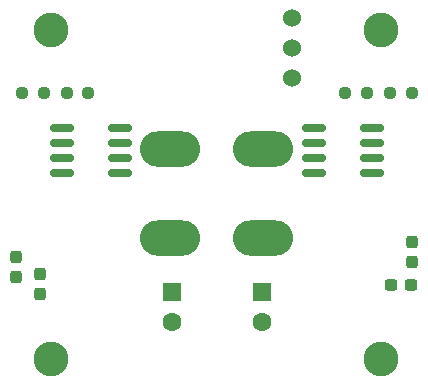
<source format=gbs>
G04 #@! TF.GenerationSoftware,KiCad,Pcbnew,(6.0.7)*
G04 #@! TF.CreationDate,2023-03-21T01:22:40-05:00*
G04 #@! TF.ProjectId,RoveSoMoCo,526f7665-536f-44d6-9f43-6f2e6b696361,rev?*
G04 #@! TF.SameCoordinates,Original*
G04 #@! TF.FileFunction,Soldermask,Bot*
G04 #@! TF.FilePolarity,Negative*
%FSLAX46Y46*%
G04 Gerber Fmt 4.6, Leading zero omitted, Abs format (unit mm)*
G04 Created by KiCad (PCBNEW (6.0.7)) date 2023-03-21 01:22:40*
%MOMM*%
%LPD*%
G01*
G04 APERTURE LIST*
G04 Aperture macros list*
%AMRoundRect*
0 Rectangle with rounded corners*
0 $1 Rounding radius*
0 $2 $3 $4 $5 $6 $7 $8 $9 X,Y pos of 4 corners*
0 Add a 4 corners polygon primitive as box body*
4,1,4,$2,$3,$4,$5,$6,$7,$8,$9,$2,$3,0*
0 Add four circle primitives for the rounded corners*
1,1,$1+$1,$2,$3*
1,1,$1+$1,$4,$5*
1,1,$1+$1,$6,$7*
1,1,$1+$1,$8,$9*
0 Add four rect primitives between the rounded corners*
20,1,$1+$1,$2,$3,$4,$5,0*
20,1,$1+$1,$4,$5,$6,$7,0*
20,1,$1+$1,$6,$7,$8,$9,0*
20,1,$1+$1,$8,$9,$2,$3,0*%
G04 Aperture macros list end*
%ADD10C,2.946400*%
%ADD11C,1.524000*%
%ADD12R,1.600000X1.600000*%
%ADD13C,1.600000*%
%ADD14RoundRect,0.237500X0.250000X0.237500X-0.250000X0.237500X-0.250000X-0.237500X0.250000X-0.237500X0*%
%ADD15RoundRect,0.237500X0.300000X0.237500X-0.300000X0.237500X-0.300000X-0.237500X0.300000X-0.237500X0*%
%ADD16RoundRect,0.237500X0.237500X-0.300000X0.237500X0.300000X-0.237500X0.300000X-0.237500X-0.300000X0*%
%ADD17RoundRect,0.150000X0.825000X0.150000X-0.825000X0.150000X-0.825000X-0.150000X0.825000X-0.150000X0*%
%ADD18RoundRect,0.237500X0.237500X-0.287500X0.237500X0.287500X-0.237500X0.287500X-0.237500X-0.287500X0*%
%ADD19O,5.100000X3.000000*%
%ADD20RoundRect,0.150000X-0.825000X-0.150000X0.825000X-0.150000X0.825000X0.150000X-0.825000X0.150000X0*%
G04 APERTURE END LIST*
D10*
X108148120Y-47197140D03*
X80212060Y-75128120D03*
D11*
X100584000Y-51308000D03*
X100584000Y-48768000D03*
X100584000Y-46228000D03*
D12*
X98044000Y-69429621D03*
D13*
X98044000Y-71929621D03*
D10*
X80212060Y-47197140D03*
X108148120Y-75128120D03*
D12*
X90424000Y-69429621D03*
D13*
X90424000Y-71929621D03*
D14*
X110721500Y-52578000D03*
X108896500Y-52578000D03*
X79566750Y-52578000D03*
X77741750Y-52578000D03*
D15*
X110717500Y-68834000D03*
X108992500Y-68834000D03*
D16*
X79248000Y-69596000D03*
X79248000Y-67871000D03*
D14*
X106934000Y-52578000D03*
X105109000Y-52578000D03*
D17*
X86041000Y-55499000D03*
X86041000Y-56769000D03*
X86041000Y-58039000D03*
X86041000Y-59309000D03*
X81091000Y-59309000D03*
X81091000Y-58039000D03*
X81091000Y-56769000D03*
X81091000Y-55499000D03*
D14*
X83354250Y-52578000D03*
X81529250Y-52578000D03*
D18*
X110744000Y-66915000D03*
X110744000Y-65165000D03*
D19*
X98171000Y-64834800D03*
X90297000Y-64834800D03*
D20*
X102427000Y-59309000D03*
X102427000Y-58039000D03*
X102427000Y-56769000D03*
X102427000Y-55499000D03*
X107377000Y-55499000D03*
X107377000Y-56769000D03*
X107377000Y-58039000D03*
X107377000Y-59309000D03*
D18*
X77216000Y-68185000D03*
X77216000Y-66435000D03*
D19*
X90297000Y-57283400D03*
X98171000Y-57283400D03*
M02*

</source>
